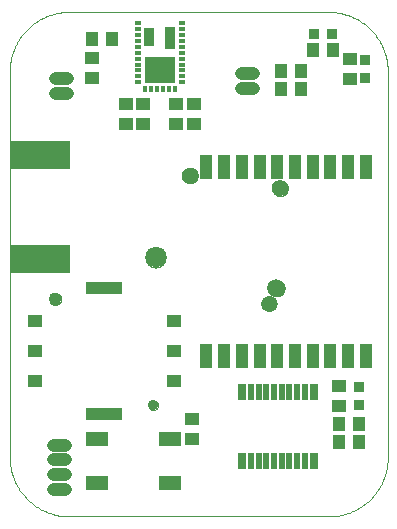
<source format=gts>
G75*
%MOIN*%
%OFA0B0*%
%FSLAX25Y25*%
%IPPOS*%
%LPD*%
%AMOC8*
5,1,8,0,0,1.08239X$1,22.5*
%
%ADD10C,0.00000*%
%ADD11R,0.20400X0.09400*%
%ADD12C,0.04369*%
%ADD13R,0.07487X0.04731*%
%ADD14R,0.04731X0.04337*%
%ADD15R,0.04337X0.04731*%
%ADD16R,0.03550X0.03550*%
%ADD17R,0.04337X0.08274*%
%ADD18C,0.05557*%
%ADD19C,0.05479*%
%ADD20C,0.07093*%
%ADD21C,0.05912*%
%ADD22C,0.05282*%
%ADD23R,0.02369X0.01384*%
%ADD24R,0.01384X0.02369*%
%ADD25R,0.03353X0.07290*%
%ADD26R,0.03353X0.06306*%
%ADD27R,0.10243X0.08668*%
%ADD28R,0.01975X0.05715*%
%ADD29R,0.02762X0.05715*%
%ADD30C,0.03550*%
%ADD31C,0.04337*%
%ADD32R,0.12211X0.04337*%
D10*
X0114340Y0151282D02*
X0114340Y0280022D01*
X0114346Y0280498D01*
X0114363Y0280973D01*
X0114392Y0281448D01*
X0114432Y0281922D01*
X0114484Y0282395D01*
X0114547Y0282866D01*
X0114621Y0283336D01*
X0114707Y0283804D01*
X0114804Y0284270D01*
X0114912Y0284733D01*
X0115031Y0285193D01*
X0115162Y0285651D01*
X0115303Y0286105D01*
X0115456Y0286556D01*
X0115619Y0287002D01*
X0115793Y0287445D01*
X0115978Y0287883D01*
X0116173Y0288317D01*
X0116379Y0288746D01*
X0116595Y0289170D01*
X0116821Y0289589D01*
X0117057Y0290002D01*
X0117303Y0290409D01*
X0117559Y0290810D01*
X0117825Y0291204D01*
X0118100Y0291593D01*
X0118384Y0291974D01*
X0118677Y0292348D01*
X0118979Y0292716D01*
X0119291Y0293076D01*
X0119610Y0293428D01*
X0119938Y0293772D01*
X0120275Y0294109D01*
X0120619Y0294437D01*
X0120971Y0294756D01*
X0121331Y0295068D01*
X0121699Y0295370D01*
X0122073Y0295663D01*
X0122454Y0295947D01*
X0122843Y0296222D01*
X0123237Y0296488D01*
X0123638Y0296744D01*
X0124045Y0296990D01*
X0124458Y0297226D01*
X0124877Y0297452D01*
X0125301Y0297668D01*
X0125730Y0297874D01*
X0126164Y0298069D01*
X0126602Y0298254D01*
X0127045Y0298428D01*
X0127491Y0298591D01*
X0127942Y0298744D01*
X0128396Y0298885D01*
X0128854Y0299016D01*
X0129314Y0299135D01*
X0129777Y0299243D01*
X0130243Y0299340D01*
X0130711Y0299426D01*
X0131181Y0299500D01*
X0131652Y0299563D01*
X0132125Y0299615D01*
X0132599Y0299655D01*
X0133074Y0299684D01*
X0133549Y0299701D01*
X0134025Y0299707D01*
X0220639Y0299707D01*
X0221115Y0299701D01*
X0221590Y0299684D01*
X0222065Y0299655D01*
X0222539Y0299615D01*
X0223012Y0299563D01*
X0223483Y0299500D01*
X0223953Y0299426D01*
X0224421Y0299340D01*
X0224887Y0299243D01*
X0225350Y0299135D01*
X0225810Y0299016D01*
X0226268Y0298885D01*
X0226722Y0298744D01*
X0227173Y0298591D01*
X0227619Y0298428D01*
X0228062Y0298254D01*
X0228500Y0298069D01*
X0228934Y0297874D01*
X0229363Y0297668D01*
X0229787Y0297452D01*
X0230206Y0297226D01*
X0230619Y0296990D01*
X0231026Y0296744D01*
X0231427Y0296488D01*
X0231821Y0296222D01*
X0232210Y0295947D01*
X0232591Y0295663D01*
X0232965Y0295370D01*
X0233333Y0295068D01*
X0233693Y0294756D01*
X0234045Y0294437D01*
X0234389Y0294109D01*
X0234726Y0293772D01*
X0235054Y0293428D01*
X0235373Y0293076D01*
X0235685Y0292716D01*
X0235987Y0292348D01*
X0236280Y0291974D01*
X0236564Y0291593D01*
X0236839Y0291204D01*
X0237105Y0290810D01*
X0237361Y0290409D01*
X0237607Y0290002D01*
X0237843Y0289589D01*
X0238069Y0289170D01*
X0238285Y0288746D01*
X0238491Y0288317D01*
X0238686Y0287883D01*
X0238871Y0287445D01*
X0239045Y0287002D01*
X0239208Y0286556D01*
X0239361Y0286105D01*
X0239502Y0285651D01*
X0239633Y0285193D01*
X0239752Y0284733D01*
X0239860Y0284270D01*
X0239957Y0283804D01*
X0240043Y0283336D01*
X0240117Y0282866D01*
X0240180Y0282395D01*
X0240232Y0281922D01*
X0240272Y0281448D01*
X0240301Y0280973D01*
X0240318Y0280498D01*
X0240324Y0280022D01*
X0240324Y0151282D01*
X0240318Y0150806D01*
X0240301Y0150331D01*
X0240272Y0149856D01*
X0240232Y0149382D01*
X0240180Y0148909D01*
X0240117Y0148438D01*
X0240043Y0147968D01*
X0239957Y0147500D01*
X0239860Y0147034D01*
X0239752Y0146571D01*
X0239633Y0146111D01*
X0239502Y0145653D01*
X0239361Y0145199D01*
X0239208Y0144748D01*
X0239045Y0144302D01*
X0238871Y0143859D01*
X0238686Y0143421D01*
X0238491Y0142987D01*
X0238285Y0142558D01*
X0238069Y0142134D01*
X0237843Y0141715D01*
X0237607Y0141302D01*
X0237361Y0140895D01*
X0237105Y0140494D01*
X0236839Y0140100D01*
X0236564Y0139711D01*
X0236280Y0139330D01*
X0235987Y0138956D01*
X0235685Y0138588D01*
X0235373Y0138228D01*
X0235054Y0137876D01*
X0234726Y0137532D01*
X0234389Y0137195D01*
X0234045Y0136867D01*
X0233693Y0136548D01*
X0233333Y0136236D01*
X0232965Y0135934D01*
X0232591Y0135641D01*
X0232210Y0135357D01*
X0231821Y0135082D01*
X0231427Y0134816D01*
X0231026Y0134560D01*
X0230619Y0134314D01*
X0230206Y0134078D01*
X0229787Y0133852D01*
X0229363Y0133636D01*
X0228934Y0133430D01*
X0228500Y0133235D01*
X0228062Y0133050D01*
X0227619Y0132876D01*
X0227173Y0132713D01*
X0226722Y0132560D01*
X0226268Y0132419D01*
X0225810Y0132288D01*
X0225350Y0132169D01*
X0224887Y0132061D01*
X0224421Y0131964D01*
X0223953Y0131878D01*
X0223483Y0131804D01*
X0223012Y0131741D01*
X0222539Y0131689D01*
X0222065Y0131649D01*
X0221590Y0131620D01*
X0221115Y0131603D01*
X0220639Y0131597D01*
X0134025Y0131597D01*
X0133549Y0131603D01*
X0133074Y0131620D01*
X0132599Y0131649D01*
X0132125Y0131689D01*
X0131652Y0131741D01*
X0131181Y0131804D01*
X0130711Y0131878D01*
X0130243Y0131964D01*
X0129777Y0132061D01*
X0129314Y0132169D01*
X0128854Y0132288D01*
X0128396Y0132419D01*
X0127942Y0132560D01*
X0127491Y0132713D01*
X0127045Y0132876D01*
X0126602Y0133050D01*
X0126164Y0133235D01*
X0125730Y0133430D01*
X0125301Y0133636D01*
X0124877Y0133852D01*
X0124458Y0134078D01*
X0124045Y0134314D01*
X0123638Y0134560D01*
X0123237Y0134816D01*
X0122843Y0135082D01*
X0122454Y0135357D01*
X0122073Y0135641D01*
X0121699Y0135934D01*
X0121331Y0136236D01*
X0120971Y0136548D01*
X0120619Y0136867D01*
X0120275Y0137195D01*
X0119938Y0137532D01*
X0119610Y0137876D01*
X0119291Y0138228D01*
X0118979Y0138588D01*
X0118677Y0138956D01*
X0118384Y0139330D01*
X0118100Y0139711D01*
X0117825Y0140100D01*
X0117559Y0140494D01*
X0117303Y0140895D01*
X0117057Y0141302D01*
X0116821Y0141715D01*
X0116595Y0142134D01*
X0116379Y0142558D01*
X0116173Y0142987D01*
X0115978Y0143421D01*
X0115793Y0143859D01*
X0115619Y0144302D01*
X0115456Y0144748D01*
X0115303Y0145199D01*
X0115162Y0145653D01*
X0115031Y0146111D01*
X0114912Y0146571D01*
X0114804Y0147034D01*
X0114707Y0147500D01*
X0114621Y0147968D01*
X0114547Y0148438D01*
X0114484Y0148909D01*
X0114432Y0149382D01*
X0114392Y0149856D01*
X0114363Y0150331D01*
X0114346Y0150806D01*
X0114340Y0151282D01*
X0127528Y0204038D02*
X0127530Y0204126D01*
X0127536Y0204214D01*
X0127546Y0204302D01*
X0127560Y0204390D01*
X0127577Y0204476D01*
X0127599Y0204562D01*
X0127624Y0204646D01*
X0127654Y0204730D01*
X0127686Y0204812D01*
X0127723Y0204892D01*
X0127763Y0204971D01*
X0127807Y0205048D01*
X0127854Y0205123D01*
X0127904Y0205195D01*
X0127958Y0205266D01*
X0128014Y0205333D01*
X0128074Y0205399D01*
X0128136Y0205461D01*
X0128202Y0205521D01*
X0128269Y0205577D01*
X0128340Y0205631D01*
X0128412Y0205681D01*
X0128487Y0205728D01*
X0128564Y0205772D01*
X0128643Y0205812D01*
X0128723Y0205849D01*
X0128805Y0205881D01*
X0128889Y0205911D01*
X0128973Y0205936D01*
X0129059Y0205958D01*
X0129145Y0205975D01*
X0129233Y0205989D01*
X0129321Y0205999D01*
X0129409Y0206005D01*
X0129497Y0206007D01*
X0129585Y0206005D01*
X0129673Y0205999D01*
X0129761Y0205989D01*
X0129849Y0205975D01*
X0129935Y0205958D01*
X0130021Y0205936D01*
X0130105Y0205911D01*
X0130189Y0205881D01*
X0130271Y0205849D01*
X0130351Y0205812D01*
X0130430Y0205772D01*
X0130507Y0205728D01*
X0130582Y0205681D01*
X0130654Y0205631D01*
X0130725Y0205577D01*
X0130792Y0205521D01*
X0130858Y0205461D01*
X0130920Y0205399D01*
X0130980Y0205333D01*
X0131036Y0205266D01*
X0131090Y0205195D01*
X0131140Y0205123D01*
X0131187Y0205048D01*
X0131231Y0204971D01*
X0131271Y0204892D01*
X0131308Y0204812D01*
X0131340Y0204730D01*
X0131370Y0204646D01*
X0131395Y0204562D01*
X0131417Y0204476D01*
X0131434Y0204390D01*
X0131448Y0204302D01*
X0131458Y0204214D01*
X0131464Y0204126D01*
X0131466Y0204038D01*
X0131464Y0203950D01*
X0131458Y0203862D01*
X0131448Y0203774D01*
X0131434Y0203686D01*
X0131417Y0203600D01*
X0131395Y0203514D01*
X0131370Y0203430D01*
X0131340Y0203346D01*
X0131308Y0203264D01*
X0131271Y0203184D01*
X0131231Y0203105D01*
X0131187Y0203028D01*
X0131140Y0202953D01*
X0131090Y0202881D01*
X0131036Y0202810D01*
X0130980Y0202743D01*
X0130920Y0202677D01*
X0130858Y0202615D01*
X0130792Y0202555D01*
X0130725Y0202499D01*
X0130654Y0202445D01*
X0130582Y0202395D01*
X0130507Y0202348D01*
X0130430Y0202304D01*
X0130351Y0202264D01*
X0130271Y0202227D01*
X0130189Y0202195D01*
X0130105Y0202165D01*
X0130021Y0202140D01*
X0129935Y0202118D01*
X0129849Y0202101D01*
X0129761Y0202087D01*
X0129673Y0202077D01*
X0129585Y0202071D01*
X0129497Y0202069D01*
X0129409Y0202071D01*
X0129321Y0202077D01*
X0129233Y0202087D01*
X0129145Y0202101D01*
X0129059Y0202118D01*
X0128973Y0202140D01*
X0128889Y0202165D01*
X0128805Y0202195D01*
X0128723Y0202227D01*
X0128643Y0202264D01*
X0128564Y0202304D01*
X0128487Y0202348D01*
X0128412Y0202395D01*
X0128340Y0202445D01*
X0128269Y0202499D01*
X0128202Y0202555D01*
X0128136Y0202615D01*
X0128074Y0202677D01*
X0128014Y0202743D01*
X0127958Y0202810D01*
X0127904Y0202881D01*
X0127854Y0202953D01*
X0127807Y0203028D01*
X0127763Y0203105D01*
X0127723Y0203184D01*
X0127686Y0203264D01*
X0127654Y0203346D01*
X0127624Y0203430D01*
X0127599Y0203514D01*
X0127577Y0203600D01*
X0127560Y0203686D01*
X0127546Y0203774D01*
X0127536Y0203862D01*
X0127530Y0203950D01*
X0127528Y0204038D01*
X0114340Y0212747D02*
X0114340Y0256747D01*
X0159576Y0217896D02*
X0159578Y0218011D01*
X0159584Y0218127D01*
X0159594Y0218242D01*
X0159608Y0218357D01*
X0159626Y0218471D01*
X0159648Y0218584D01*
X0159673Y0218697D01*
X0159703Y0218808D01*
X0159736Y0218919D01*
X0159773Y0219028D01*
X0159814Y0219136D01*
X0159859Y0219243D01*
X0159907Y0219348D01*
X0159959Y0219451D01*
X0160015Y0219552D01*
X0160074Y0219652D01*
X0160136Y0219749D01*
X0160202Y0219844D01*
X0160270Y0219937D01*
X0160342Y0220027D01*
X0160417Y0220115D01*
X0160496Y0220200D01*
X0160577Y0220282D01*
X0160660Y0220362D01*
X0160747Y0220438D01*
X0160836Y0220512D01*
X0160927Y0220582D01*
X0161021Y0220650D01*
X0161117Y0220714D01*
X0161216Y0220774D01*
X0161316Y0220831D01*
X0161418Y0220885D01*
X0161522Y0220935D01*
X0161628Y0220982D01*
X0161735Y0221025D01*
X0161844Y0221064D01*
X0161954Y0221099D01*
X0162065Y0221130D01*
X0162177Y0221158D01*
X0162290Y0221182D01*
X0162404Y0221202D01*
X0162519Y0221218D01*
X0162634Y0221230D01*
X0162749Y0221238D01*
X0162864Y0221242D01*
X0162980Y0221242D01*
X0163095Y0221238D01*
X0163210Y0221230D01*
X0163325Y0221218D01*
X0163440Y0221202D01*
X0163554Y0221182D01*
X0163667Y0221158D01*
X0163779Y0221130D01*
X0163890Y0221099D01*
X0164000Y0221064D01*
X0164109Y0221025D01*
X0164216Y0220982D01*
X0164322Y0220935D01*
X0164426Y0220885D01*
X0164528Y0220831D01*
X0164628Y0220774D01*
X0164727Y0220714D01*
X0164823Y0220650D01*
X0164917Y0220582D01*
X0165008Y0220512D01*
X0165097Y0220438D01*
X0165184Y0220362D01*
X0165267Y0220282D01*
X0165348Y0220200D01*
X0165427Y0220115D01*
X0165502Y0220027D01*
X0165574Y0219937D01*
X0165642Y0219844D01*
X0165708Y0219749D01*
X0165770Y0219652D01*
X0165829Y0219552D01*
X0165885Y0219451D01*
X0165937Y0219348D01*
X0165985Y0219243D01*
X0166030Y0219136D01*
X0166071Y0219028D01*
X0166108Y0218919D01*
X0166141Y0218808D01*
X0166171Y0218697D01*
X0166196Y0218584D01*
X0166218Y0218471D01*
X0166236Y0218357D01*
X0166250Y0218242D01*
X0166260Y0218127D01*
X0166266Y0218011D01*
X0166268Y0217896D01*
X0166266Y0217781D01*
X0166260Y0217665D01*
X0166250Y0217550D01*
X0166236Y0217435D01*
X0166218Y0217321D01*
X0166196Y0217208D01*
X0166171Y0217095D01*
X0166141Y0216984D01*
X0166108Y0216873D01*
X0166071Y0216764D01*
X0166030Y0216656D01*
X0165985Y0216549D01*
X0165937Y0216444D01*
X0165885Y0216341D01*
X0165829Y0216240D01*
X0165770Y0216140D01*
X0165708Y0216043D01*
X0165642Y0215948D01*
X0165574Y0215855D01*
X0165502Y0215765D01*
X0165427Y0215677D01*
X0165348Y0215592D01*
X0165267Y0215510D01*
X0165184Y0215430D01*
X0165097Y0215354D01*
X0165008Y0215280D01*
X0164917Y0215210D01*
X0164823Y0215142D01*
X0164727Y0215078D01*
X0164628Y0215018D01*
X0164528Y0214961D01*
X0164426Y0214907D01*
X0164322Y0214857D01*
X0164216Y0214810D01*
X0164109Y0214767D01*
X0164000Y0214728D01*
X0163890Y0214693D01*
X0163779Y0214662D01*
X0163667Y0214634D01*
X0163554Y0214610D01*
X0163440Y0214590D01*
X0163325Y0214574D01*
X0163210Y0214562D01*
X0163095Y0214554D01*
X0162980Y0214550D01*
X0162864Y0214550D01*
X0162749Y0214554D01*
X0162634Y0214562D01*
X0162519Y0214574D01*
X0162404Y0214590D01*
X0162290Y0214610D01*
X0162177Y0214634D01*
X0162065Y0214662D01*
X0161954Y0214693D01*
X0161844Y0214728D01*
X0161735Y0214767D01*
X0161628Y0214810D01*
X0161522Y0214857D01*
X0161418Y0214907D01*
X0161316Y0214961D01*
X0161216Y0215018D01*
X0161117Y0215078D01*
X0161021Y0215142D01*
X0160927Y0215210D01*
X0160836Y0215280D01*
X0160747Y0215354D01*
X0160660Y0215430D01*
X0160577Y0215510D01*
X0160496Y0215592D01*
X0160417Y0215677D01*
X0160342Y0215765D01*
X0160270Y0215855D01*
X0160202Y0215948D01*
X0160136Y0216043D01*
X0160074Y0216140D01*
X0160015Y0216240D01*
X0159959Y0216341D01*
X0159907Y0216444D01*
X0159859Y0216549D01*
X0159814Y0216656D01*
X0159773Y0216764D01*
X0159736Y0216873D01*
X0159703Y0216984D01*
X0159673Y0217095D01*
X0159648Y0217208D01*
X0159626Y0217321D01*
X0159608Y0217435D01*
X0159594Y0217550D01*
X0159584Y0217665D01*
X0159578Y0217781D01*
X0159576Y0217896D01*
X0171919Y0245219D02*
X0171921Y0245319D01*
X0171927Y0245419D01*
X0171937Y0245519D01*
X0171951Y0245619D01*
X0171968Y0245717D01*
X0171990Y0245815D01*
X0172016Y0245912D01*
X0172045Y0246008D01*
X0172078Y0246103D01*
X0172115Y0246196D01*
X0172155Y0246288D01*
X0172199Y0246378D01*
X0172247Y0246467D01*
X0172298Y0246553D01*
X0172352Y0246637D01*
X0172410Y0246719D01*
X0172471Y0246799D01*
X0172535Y0246877D01*
X0172602Y0246951D01*
X0172672Y0247023D01*
X0172744Y0247092D01*
X0172820Y0247159D01*
X0172897Y0247222D01*
X0172978Y0247282D01*
X0173060Y0247339D01*
X0173145Y0247392D01*
X0173232Y0247442D01*
X0173321Y0247489D01*
X0173412Y0247532D01*
X0173504Y0247572D01*
X0173597Y0247608D01*
X0173693Y0247640D01*
X0173789Y0247668D01*
X0173886Y0247693D01*
X0173984Y0247713D01*
X0174083Y0247730D01*
X0174183Y0247743D01*
X0174283Y0247752D01*
X0174383Y0247757D01*
X0174483Y0247758D01*
X0174583Y0247755D01*
X0174683Y0247748D01*
X0174783Y0247737D01*
X0174882Y0247722D01*
X0174981Y0247704D01*
X0175079Y0247681D01*
X0175176Y0247655D01*
X0175271Y0247624D01*
X0175366Y0247590D01*
X0175459Y0247553D01*
X0175550Y0247511D01*
X0175640Y0247466D01*
X0175728Y0247418D01*
X0175813Y0247366D01*
X0175897Y0247311D01*
X0175979Y0247252D01*
X0176058Y0247191D01*
X0176134Y0247126D01*
X0176208Y0247058D01*
X0176280Y0246988D01*
X0176348Y0246914D01*
X0176414Y0246838D01*
X0176476Y0246760D01*
X0176535Y0246679D01*
X0176591Y0246596D01*
X0176644Y0246510D01*
X0176693Y0246423D01*
X0176739Y0246334D01*
X0176782Y0246243D01*
X0176820Y0246150D01*
X0176855Y0246056D01*
X0176886Y0245961D01*
X0176914Y0245864D01*
X0176937Y0245766D01*
X0176957Y0245668D01*
X0176973Y0245569D01*
X0176985Y0245469D01*
X0176993Y0245369D01*
X0176997Y0245269D01*
X0176997Y0245169D01*
X0176993Y0245069D01*
X0176985Y0244969D01*
X0176973Y0244869D01*
X0176957Y0244770D01*
X0176937Y0244672D01*
X0176914Y0244574D01*
X0176886Y0244477D01*
X0176855Y0244382D01*
X0176820Y0244288D01*
X0176782Y0244195D01*
X0176739Y0244104D01*
X0176693Y0244015D01*
X0176644Y0243928D01*
X0176591Y0243842D01*
X0176535Y0243759D01*
X0176476Y0243678D01*
X0176414Y0243600D01*
X0176348Y0243524D01*
X0176280Y0243450D01*
X0176208Y0243380D01*
X0176134Y0243312D01*
X0176058Y0243247D01*
X0175979Y0243186D01*
X0175897Y0243127D01*
X0175813Y0243072D01*
X0175727Y0243020D01*
X0175640Y0242972D01*
X0175550Y0242927D01*
X0175459Y0242885D01*
X0175366Y0242848D01*
X0175271Y0242814D01*
X0175176Y0242783D01*
X0175079Y0242757D01*
X0174981Y0242734D01*
X0174882Y0242716D01*
X0174783Y0242701D01*
X0174683Y0242690D01*
X0174583Y0242683D01*
X0174483Y0242680D01*
X0174383Y0242681D01*
X0174283Y0242686D01*
X0174183Y0242695D01*
X0174083Y0242708D01*
X0173984Y0242725D01*
X0173886Y0242745D01*
X0173789Y0242770D01*
X0173693Y0242798D01*
X0173597Y0242830D01*
X0173504Y0242866D01*
X0173412Y0242906D01*
X0173321Y0242949D01*
X0173232Y0242996D01*
X0173145Y0243046D01*
X0173060Y0243099D01*
X0172978Y0243156D01*
X0172897Y0243216D01*
X0172820Y0243279D01*
X0172744Y0243346D01*
X0172672Y0243415D01*
X0172602Y0243487D01*
X0172535Y0243561D01*
X0172471Y0243639D01*
X0172410Y0243719D01*
X0172352Y0243801D01*
X0172298Y0243885D01*
X0172247Y0243971D01*
X0172199Y0244060D01*
X0172155Y0244150D01*
X0172115Y0244242D01*
X0172078Y0244335D01*
X0172045Y0244430D01*
X0172016Y0244526D01*
X0171990Y0244623D01*
X0171968Y0244721D01*
X0171951Y0244819D01*
X0171937Y0244919D01*
X0171927Y0245019D01*
X0171921Y0245119D01*
X0171919Y0245219D01*
X0201879Y0240967D02*
X0201881Y0241068D01*
X0201887Y0241169D01*
X0201897Y0241270D01*
X0201911Y0241370D01*
X0201929Y0241470D01*
X0201950Y0241569D01*
X0201976Y0241667D01*
X0202005Y0241764D01*
X0202038Y0241860D01*
X0202075Y0241954D01*
X0202116Y0242047D01*
X0202160Y0242138D01*
X0202208Y0242227D01*
X0202259Y0242315D01*
X0202314Y0242400D01*
X0202372Y0242483D01*
X0202433Y0242564D01*
X0202497Y0242642D01*
X0202564Y0242718D01*
X0202634Y0242791D01*
X0202707Y0242861D01*
X0202783Y0242928D01*
X0202861Y0242992D01*
X0202942Y0243053D01*
X0203025Y0243111D01*
X0203110Y0243166D01*
X0203198Y0243217D01*
X0203287Y0243265D01*
X0203378Y0243309D01*
X0203471Y0243350D01*
X0203565Y0243387D01*
X0203661Y0243420D01*
X0203758Y0243449D01*
X0203856Y0243475D01*
X0203955Y0243496D01*
X0204055Y0243514D01*
X0204155Y0243528D01*
X0204256Y0243538D01*
X0204357Y0243544D01*
X0204458Y0243546D01*
X0204559Y0243544D01*
X0204660Y0243538D01*
X0204761Y0243528D01*
X0204861Y0243514D01*
X0204961Y0243496D01*
X0205060Y0243475D01*
X0205158Y0243449D01*
X0205255Y0243420D01*
X0205351Y0243387D01*
X0205445Y0243350D01*
X0205538Y0243309D01*
X0205629Y0243265D01*
X0205718Y0243217D01*
X0205806Y0243166D01*
X0205891Y0243111D01*
X0205974Y0243053D01*
X0206055Y0242992D01*
X0206133Y0242928D01*
X0206209Y0242861D01*
X0206282Y0242791D01*
X0206352Y0242718D01*
X0206419Y0242642D01*
X0206483Y0242564D01*
X0206544Y0242483D01*
X0206602Y0242400D01*
X0206657Y0242315D01*
X0206708Y0242227D01*
X0206756Y0242138D01*
X0206800Y0242047D01*
X0206841Y0241954D01*
X0206878Y0241860D01*
X0206911Y0241764D01*
X0206940Y0241667D01*
X0206966Y0241569D01*
X0206987Y0241470D01*
X0207005Y0241370D01*
X0207019Y0241270D01*
X0207029Y0241169D01*
X0207035Y0241068D01*
X0207037Y0240967D01*
X0207035Y0240866D01*
X0207029Y0240765D01*
X0207019Y0240664D01*
X0207005Y0240564D01*
X0206987Y0240464D01*
X0206966Y0240365D01*
X0206940Y0240267D01*
X0206911Y0240170D01*
X0206878Y0240074D01*
X0206841Y0239980D01*
X0206800Y0239887D01*
X0206756Y0239796D01*
X0206708Y0239707D01*
X0206657Y0239619D01*
X0206602Y0239534D01*
X0206544Y0239451D01*
X0206483Y0239370D01*
X0206419Y0239292D01*
X0206352Y0239216D01*
X0206282Y0239143D01*
X0206209Y0239073D01*
X0206133Y0239006D01*
X0206055Y0238942D01*
X0205974Y0238881D01*
X0205891Y0238823D01*
X0205806Y0238768D01*
X0205718Y0238717D01*
X0205629Y0238669D01*
X0205538Y0238625D01*
X0205445Y0238584D01*
X0205351Y0238547D01*
X0205255Y0238514D01*
X0205158Y0238485D01*
X0205060Y0238459D01*
X0204961Y0238438D01*
X0204861Y0238420D01*
X0204761Y0238406D01*
X0204660Y0238396D01*
X0204559Y0238390D01*
X0204458Y0238388D01*
X0204357Y0238390D01*
X0204256Y0238396D01*
X0204155Y0238406D01*
X0204055Y0238420D01*
X0203955Y0238438D01*
X0203856Y0238459D01*
X0203758Y0238485D01*
X0203661Y0238514D01*
X0203565Y0238547D01*
X0203471Y0238584D01*
X0203378Y0238625D01*
X0203287Y0238669D01*
X0203198Y0238717D01*
X0203110Y0238768D01*
X0203025Y0238823D01*
X0202942Y0238881D01*
X0202861Y0238942D01*
X0202783Y0239006D01*
X0202707Y0239073D01*
X0202634Y0239143D01*
X0202564Y0239216D01*
X0202497Y0239292D01*
X0202433Y0239370D01*
X0202372Y0239451D01*
X0202314Y0239534D01*
X0202259Y0239619D01*
X0202208Y0239707D01*
X0202160Y0239796D01*
X0202116Y0239887D01*
X0202075Y0239980D01*
X0202038Y0240074D01*
X0202005Y0240170D01*
X0201976Y0240267D01*
X0201950Y0240365D01*
X0201929Y0240464D01*
X0201911Y0240564D01*
X0201897Y0240664D01*
X0201887Y0240765D01*
X0201881Y0240866D01*
X0201879Y0240967D01*
X0200442Y0207660D02*
X0200444Y0207765D01*
X0200450Y0207870D01*
X0200460Y0207974D01*
X0200474Y0208078D01*
X0200492Y0208182D01*
X0200514Y0208284D01*
X0200539Y0208386D01*
X0200569Y0208487D01*
X0200602Y0208586D01*
X0200639Y0208684D01*
X0200680Y0208781D01*
X0200725Y0208876D01*
X0200773Y0208969D01*
X0200824Y0209061D01*
X0200880Y0209150D01*
X0200938Y0209237D01*
X0201000Y0209322D01*
X0201064Y0209405D01*
X0201132Y0209485D01*
X0201203Y0209562D01*
X0201277Y0209636D01*
X0201354Y0209708D01*
X0201433Y0209777D01*
X0201515Y0209842D01*
X0201599Y0209905D01*
X0201686Y0209964D01*
X0201775Y0210020D01*
X0201866Y0210073D01*
X0201959Y0210122D01*
X0202053Y0210167D01*
X0202149Y0210209D01*
X0202247Y0210247D01*
X0202346Y0210281D01*
X0202447Y0210312D01*
X0202548Y0210338D01*
X0202651Y0210361D01*
X0202754Y0210380D01*
X0202858Y0210395D01*
X0202962Y0210406D01*
X0203067Y0210413D01*
X0203172Y0210416D01*
X0203277Y0210415D01*
X0203382Y0210410D01*
X0203486Y0210401D01*
X0203590Y0210388D01*
X0203694Y0210371D01*
X0203797Y0210350D01*
X0203899Y0210325D01*
X0204000Y0210297D01*
X0204099Y0210264D01*
X0204198Y0210228D01*
X0204295Y0210188D01*
X0204390Y0210145D01*
X0204484Y0210097D01*
X0204576Y0210047D01*
X0204666Y0209993D01*
X0204754Y0209935D01*
X0204839Y0209874D01*
X0204922Y0209810D01*
X0205003Y0209743D01*
X0205081Y0209673D01*
X0205156Y0209599D01*
X0205228Y0209524D01*
X0205298Y0209445D01*
X0205364Y0209364D01*
X0205428Y0209280D01*
X0205488Y0209194D01*
X0205544Y0209106D01*
X0205598Y0209015D01*
X0205648Y0208923D01*
X0205694Y0208829D01*
X0205737Y0208733D01*
X0205776Y0208635D01*
X0205811Y0208537D01*
X0205842Y0208436D01*
X0205870Y0208335D01*
X0205894Y0208233D01*
X0205914Y0208130D01*
X0205930Y0208026D01*
X0205942Y0207922D01*
X0205950Y0207817D01*
X0205954Y0207712D01*
X0205954Y0207608D01*
X0205950Y0207503D01*
X0205942Y0207398D01*
X0205930Y0207294D01*
X0205914Y0207190D01*
X0205894Y0207087D01*
X0205870Y0206985D01*
X0205842Y0206884D01*
X0205811Y0206783D01*
X0205776Y0206685D01*
X0205737Y0206587D01*
X0205694Y0206491D01*
X0205648Y0206397D01*
X0205598Y0206305D01*
X0205544Y0206214D01*
X0205488Y0206126D01*
X0205428Y0206040D01*
X0205364Y0205956D01*
X0205298Y0205875D01*
X0205228Y0205796D01*
X0205156Y0205721D01*
X0205081Y0205647D01*
X0205003Y0205577D01*
X0204922Y0205510D01*
X0204839Y0205446D01*
X0204754Y0205385D01*
X0204666Y0205327D01*
X0204576Y0205273D01*
X0204484Y0205223D01*
X0204390Y0205175D01*
X0204295Y0205132D01*
X0204198Y0205092D01*
X0204099Y0205056D01*
X0204000Y0205023D01*
X0203899Y0204995D01*
X0203797Y0204970D01*
X0203694Y0204949D01*
X0203590Y0204932D01*
X0203486Y0204919D01*
X0203382Y0204910D01*
X0203277Y0204905D01*
X0203172Y0204904D01*
X0203067Y0204907D01*
X0202962Y0204914D01*
X0202858Y0204925D01*
X0202754Y0204940D01*
X0202651Y0204959D01*
X0202548Y0204982D01*
X0202447Y0205008D01*
X0202346Y0205039D01*
X0202247Y0205073D01*
X0202149Y0205111D01*
X0202053Y0205153D01*
X0201959Y0205198D01*
X0201866Y0205247D01*
X0201775Y0205300D01*
X0201686Y0205356D01*
X0201599Y0205415D01*
X0201515Y0205478D01*
X0201433Y0205543D01*
X0201354Y0205612D01*
X0201277Y0205684D01*
X0201203Y0205758D01*
X0201132Y0205835D01*
X0201064Y0205915D01*
X0201000Y0205998D01*
X0200938Y0206083D01*
X0200880Y0206170D01*
X0200824Y0206259D01*
X0200773Y0206351D01*
X0200725Y0206444D01*
X0200680Y0206539D01*
X0200639Y0206636D01*
X0200602Y0206734D01*
X0200569Y0206833D01*
X0200539Y0206934D01*
X0200514Y0207036D01*
X0200492Y0207138D01*
X0200474Y0207242D01*
X0200460Y0207346D01*
X0200450Y0207450D01*
X0200444Y0207555D01*
X0200442Y0207660D01*
X0198395Y0202542D02*
X0198397Y0202640D01*
X0198403Y0202738D01*
X0198413Y0202836D01*
X0198427Y0202934D01*
X0198444Y0203030D01*
X0198466Y0203126D01*
X0198491Y0203221D01*
X0198521Y0203315D01*
X0198554Y0203408D01*
X0198590Y0203499D01*
X0198631Y0203588D01*
X0198675Y0203676D01*
X0198722Y0203762D01*
X0198773Y0203847D01*
X0198827Y0203929D01*
X0198885Y0204008D01*
X0198945Y0204086D01*
X0199009Y0204161D01*
X0199076Y0204233D01*
X0199145Y0204302D01*
X0199217Y0204369D01*
X0199292Y0204433D01*
X0199370Y0204493D01*
X0199449Y0204551D01*
X0199531Y0204605D01*
X0199615Y0204656D01*
X0199702Y0204703D01*
X0199790Y0204747D01*
X0199879Y0204788D01*
X0199970Y0204824D01*
X0200063Y0204857D01*
X0200157Y0204887D01*
X0200252Y0204912D01*
X0200348Y0204934D01*
X0200444Y0204951D01*
X0200542Y0204965D01*
X0200640Y0204975D01*
X0200738Y0204981D01*
X0200836Y0204983D01*
X0200934Y0204981D01*
X0201032Y0204975D01*
X0201130Y0204965D01*
X0201228Y0204951D01*
X0201324Y0204934D01*
X0201420Y0204912D01*
X0201515Y0204887D01*
X0201609Y0204857D01*
X0201702Y0204824D01*
X0201793Y0204788D01*
X0201882Y0204747D01*
X0201970Y0204703D01*
X0202056Y0204656D01*
X0202141Y0204605D01*
X0202223Y0204551D01*
X0202302Y0204493D01*
X0202380Y0204433D01*
X0202455Y0204369D01*
X0202527Y0204302D01*
X0202596Y0204233D01*
X0202663Y0204161D01*
X0202727Y0204086D01*
X0202787Y0204008D01*
X0202845Y0203929D01*
X0202899Y0203847D01*
X0202950Y0203763D01*
X0202997Y0203676D01*
X0203041Y0203588D01*
X0203082Y0203499D01*
X0203118Y0203408D01*
X0203151Y0203315D01*
X0203181Y0203221D01*
X0203206Y0203126D01*
X0203228Y0203030D01*
X0203245Y0202934D01*
X0203259Y0202836D01*
X0203269Y0202738D01*
X0203275Y0202640D01*
X0203277Y0202542D01*
X0203275Y0202444D01*
X0203269Y0202346D01*
X0203259Y0202248D01*
X0203245Y0202150D01*
X0203228Y0202054D01*
X0203206Y0201958D01*
X0203181Y0201863D01*
X0203151Y0201769D01*
X0203118Y0201676D01*
X0203082Y0201585D01*
X0203041Y0201496D01*
X0202997Y0201408D01*
X0202950Y0201322D01*
X0202899Y0201237D01*
X0202845Y0201155D01*
X0202787Y0201076D01*
X0202727Y0200998D01*
X0202663Y0200923D01*
X0202596Y0200851D01*
X0202527Y0200782D01*
X0202455Y0200715D01*
X0202380Y0200651D01*
X0202302Y0200591D01*
X0202223Y0200533D01*
X0202141Y0200479D01*
X0202057Y0200428D01*
X0201970Y0200381D01*
X0201882Y0200337D01*
X0201793Y0200296D01*
X0201702Y0200260D01*
X0201609Y0200227D01*
X0201515Y0200197D01*
X0201420Y0200172D01*
X0201324Y0200150D01*
X0201228Y0200133D01*
X0201130Y0200119D01*
X0201032Y0200109D01*
X0200934Y0200103D01*
X0200836Y0200101D01*
X0200738Y0200103D01*
X0200640Y0200109D01*
X0200542Y0200119D01*
X0200444Y0200133D01*
X0200348Y0200150D01*
X0200252Y0200172D01*
X0200157Y0200197D01*
X0200063Y0200227D01*
X0199970Y0200260D01*
X0199879Y0200296D01*
X0199790Y0200337D01*
X0199702Y0200381D01*
X0199616Y0200428D01*
X0199531Y0200479D01*
X0199449Y0200533D01*
X0199370Y0200591D01*
X0199292Y0200651D01*
X0199217Y0200715D01*
X0199145Y0200782D01*
X0199076Y0200851D01*
X0199009Y0200923D01*
X0198945Y0200998D01*
X0198885Y0201076D01*
X0198827Y0201155D01*
X0198773Y0201237D01*
X0198722Y0201321D01*
X0198675Y0201408D01*
X0198631Y0201496D01*
X0198590Y0201585D01*
X0198554Y0201676D01*
X0198521Y0201769D01*
X0198491Y0201863D01*
X0198466Y0201958D01*
X0198444Y0202054D01*
X0198427Y0202150D01*
X0198413Y0202248D01*
X0198403Y0202346D01*
X0198397Y0202444D01*
X0198395Y0202542D01*
X0160599Y0168605D02*
X0160601Y0168684D01*
X0160607Y0168763D01*
X0160617Y0168842D01*
X0160631Y0168920D01*
X0160648Y0168997D01*
X0160670Y0169073D01*
X0160695Y0169148D01*
X0160725Y0169221D01*
X0160757Y0169293D01*
X0160794Y0169364D01*
X0160834Y0169432D01*
X0160877Y0169498D01*
X0160923Y0169562D01*
X0160973Y0169624D01*
X0161026Y0169683D01*
X0161081Y0169739D01*
X0161140Y0169793D01*
X0161201Y0169843D01*
X0161264Y0169891D01*
X0161330Y0169935D01*
X0161398Y0169976D01*
X0161468Y0170013D01*
X0161539Y0170047D01*
X0161613Y0170077D01*
X0161687Y0170103D01*
X0161763Y0170125D01*
X0161840Y0170144D01*
X0161918Y0170159D01*
X0161996Y0170170D01*
X0162075Y0170177D01*
X0162154Y0170180D01*
X0162233Y0170179D01*
X0162312Y0170174D01*
X0162391Y0170165D01*
X0162469Y0170152D01*
X0162546Y0170135D01*
X0162623Y0170115D01*
X0162698Y0170090D01*
X0162772Y0170062D01*
X0162845Y0170030D01*
X0162915Y0169995D01*
X0162984Y0169956D01*
X0163051Y0169913D01*
X0163116Y0169867D01*
X0163178Y0169819D01*
X0163238Y0169767D01*
X0163295Y0169712D01*
X0163349Y0169654D01*
X0163400Y0169594D01*
X0163448Y0169531D01*
X0163493Y0169466D01*
X0163535Y0169398D01*
X0163573Y0169329D01*
X0163607Y0169258D01*
X0163638Y0169185D01*
X0163666Y0169110D01*
X0163689Y0169035D01*
X0163709Y0168958D01*
X0163725Y0168881D01*
X0163737Y0168802D01*
X0163745Y0168724D01*
X0163749Y0168645D01*
X0163749Y0168565D01*
X0163745Y0168486D01*
X0163737Y0168408D01*
X0163725Y0168329D01*
X0163709Y0168252D01*
X0163689Y0168175D01*
X0163666Y0168100D01*
X0163638Y0168025D01*
X0163607Y0167952D01*
X0163573Y0167881D01*
X0163535Y0167812D01*
X0163493Y0167744D01*
X0163448Y0167679D01*
X0163400Y0167616D01*
X0163349Y0167556D01*
X0163295Y0167498D01*
X0163238Y0167443D01*
X0163178Y0167391D01*
X0163116Y0167343D01*
X0163051Y0167297D01*
X0162984Y0167254D01*
X0162915Y0167215D01*
X0162845Y0167180D01*
X0162772Y0167148D01*
X0162698Y0167120D01*
X0162623Y0167095D01*
X0162546Y0167075D01*
X0162469Y0167058D01*
X0162391Y0167045D01*
X0162312Y0167036D01*
X0162233Y0167031D01*
X0162154Y0167030D01*
X0162075Y0167033D01*
X0161996Y0167040D01*
X0161918Y0167051D01*
X0161840Y0167066D01*
X0161763Y0167085D01*
X0161687Y0167107D01*
X0161613Y0167133D01*
X0161539Y0167163D01*
X0161468Y0167197D01*
X0161398Y0167234D01*
X0161330Y0167275D01*
X0161264Y0167319D01*
X0161201Y0167367D01*
X0161140Y0167417D01*
X0161081Y0167471D01*
X0161026Y0167527D01*
X0160973Y0167586D01*
X0160923Y0167648D01*
X0160877Y0167712D01*
X0160834Y0167778D01*
X0160794Y0167846D01*
X0160757Y0167917D01*
X0160725Y0167989D01*
X0160695Y0168062D01*
X0160670Y0168137D01*
X0160648Y0168213D01*
X0160631Y0168290D01*
X0160617Y0168368D01*
X0160607Y0168447D01*
X0160601Y0168526D01*
X0160599Y0168605D01*
D11*
X0124440Y0217347D03*
X0124440Y0252147D03*
D12*
X0129481Y0272837D02*
X0133450Y0272837D01*
X0133450Y0277758D02*
X0129481Y0277758D01*
X0191292Y0279333D02*
X0195261Y0279333D01*
X0195261Y0274412D02*
X0191292Y0274412D01*
X0132662Y0155514D02*
X0128694Y0155514D01*
X0128694Y0150593D02*
X0132662Y0150593D01*
X0132662Y0145672D02*
X0128694Y0145672D01*
X0128694Y0140750D02*
X0132662Y0140750D01*
D13*
X0143473Y0142817D03*
X0143473Y0157384D03*
X0167883Y0157384D03*
X0167883Y0142817D03*
D14*
X0174970Y0157384D03*
X0174970Y0164077D03*
X0169064Y0176715D03*
X0169064Y0186715D03*
X0169064Y0196715D03*
X0122607Y0196715D03*
X0122607Y0186715D03*
X0122607Y0176715D03*
X0152922Y0262502D03*
X0158828Y0262502D03*
X0158828Y0269195D03*
X0152922Y0269195D03*
X0141899Y0277857D03*
X0141899Y0284550D03*
X0169851Y0269195D03*
X0175757Y0269195D03*
X0175757Y0262502D03*
X0169851Y0262502D03*
X0227725Y0277463D03*
X0227725Y0284156D03*
X0224182Y0175101D03*
X0224182Y0168408D03*
D15*
X0223985Y0162306D03*
X0223985Y0156400D03*
X0230678Y0156400D03*
X0230678Y0162306D03*
X0211387Y0274117D03*
X0211387Y0280022D03*
X0204694Y0280022D03*
X0204694Y0274117D03*
X0215324Y0287109D03*
X0222017Y0287109D03*
X0148395Y0290652D03*
X0141702Y0290652D03*
D16*
X0215718Y0292227D03*
X0221623Y0292227D03*
X0232844Y0283762D03*
X0232844Y0277857D03*
X0230875Y0174707D03*
X0230875Y0168802D03*
D17*
X0233040Y0185140D03*
X0227135Y0185140D03*
X0221229Y0185140D03*
X0215324Y0185140D03*
X0209418Y0185140D03*
X0203513Y0185140D03*
X0197607Y0185140D03*
X0191702Y0185140D03*
X0185796Y0185140D03*
X0179891Y0185140D03*
X0179891Y0248132D03*
X0185796Y0248132D03*
X0191702Y0248132D03*
X0197607Y0248132D03*
X0203513Y0248132D03*
X0209418Y0248132D03*
X0215324Y0248132D03*
X0221229Y0248132D03*
X0227135Y0248132D03*
X0233040Y0248132D03*
D18*
X0204458Y0240967D03*
D19*
X0174458Y0245219D03*
D20*
X0162922Y0217896D03*
D21*
X0203198Y0207660D03*
D22*
X0200836Y0202542D03*
D23*
X0171623Y0276302D03*
X0171623Y0278270D03*
X0171623Y0280239D03*
X0171623Y0282207D03*
X0171623Y0284176D03*
X0171623Y0286144D03*
X0171623Y0288113D03*
X0171623Y0290081D03*
X0171623Y0292050D03*
X0171623Y0294018D03*
X0171623Y0295987D03*
X0157056Y0295987D03*
X0157056Y0294018D03*
X0157056Y0292050D03*
X0157056Y0290081D03*
X0157056Y0288113D03*
X0157056Y0286144D03*
X0157056Y0284176D03*
X0157056Y0282207D03*
X0157056Y0280239D03*
X0157056Y0278270D03*
X0157056Y0276302D03*
D24*
X0159418Y0273939D03*
X0161387Y0273939D03*
X0163355Y0273939D03*
X0165324Y0273939D03*
X0167292Y0273939D03*
X0169261Y0273939D03*
D25*
X0167785Y0291065D03*
D26*
X0160895Y0291558D03*
D27*
X0164340Y0280554D03*
D28*
X0194753Y0173034D03*
X0197312Y0173034D03*
X0199871Y0173034D03*
X0202430Y0173034D03*
X0204989Y0173034D03*
X0207548Y0173034D03*
X0210107Y0173034D03*
X0212666Y0173034D03*
X0212666Y0150002D03*
X0210107Y0150002D03*
X0207548Y0150002D03*
X0204989Y0150002D03*
X0202430Y0150002D03*
X0199871Y0150002D03*
X0197312Y0150002D03*
X0194753Y0150002D03*
D29*
X0191800Y0150002D03*
X0191800Y0173034D03*
X0215619Y0173034D03*
X0215619Y0150002D03*
D30*
X0162174Y0168605D03*
D31*
X0129497Y0204038D03*
D32*
X0145836Y0207581D03*
X0145836Y0165849D03*
M02*

</source>
